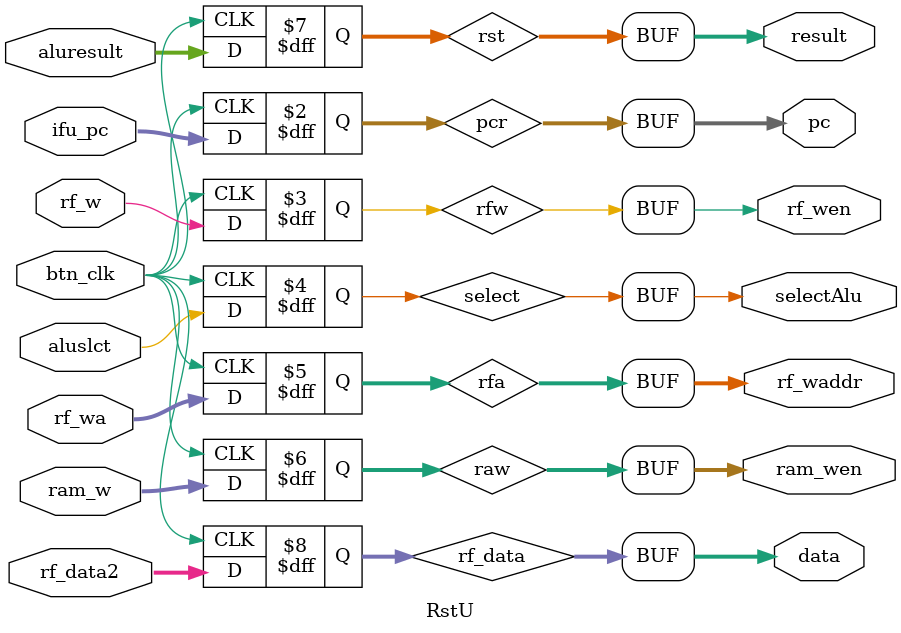
<source format=v>
`timescale 1ns / 1ps


module RstU(
    input btn_clk,
    input [7:0] ifu_pc,
    input rf_w,
    input aluslct,//alu alu select
    input [4:0] rf_wa,//write addr
    input [3:0] ram_w,//ram wen
    input [31:0] aluresult,
    input [31:0] rf_data2,
    output [7:0] pc,
    output rf_wen,
    output selectAlu,
    output [4:0] rf_waddr,
    output [3:0] ram_wen,
    output [31:0] result,
    output [31:0] data
    );
    reg [7:0] pcr;
    reg rfw;
    reg select;
    reg [4:0] rfa;
    reg [3:0] raw;
    reg [31:0] rst,rf_data;
    always @(posedge btn_clk) begin
        pcr <= ifu_pc;
        rfw <= rf_w;
        select <= aluslct;
        rfa <= rf_wa;
        raw <= ram_w;
        rst <= aluresult;
        rf_data <= rf_data2;
    end
    assign pc = pcr;
    assign rf_wen = rfw; 
    assign selectAlu = select;
    assign rf_waddr = rfa;
    assign ram_wen = raw;
    assign result = rst;
    assign data = rf_data;
endmodule

</source>
